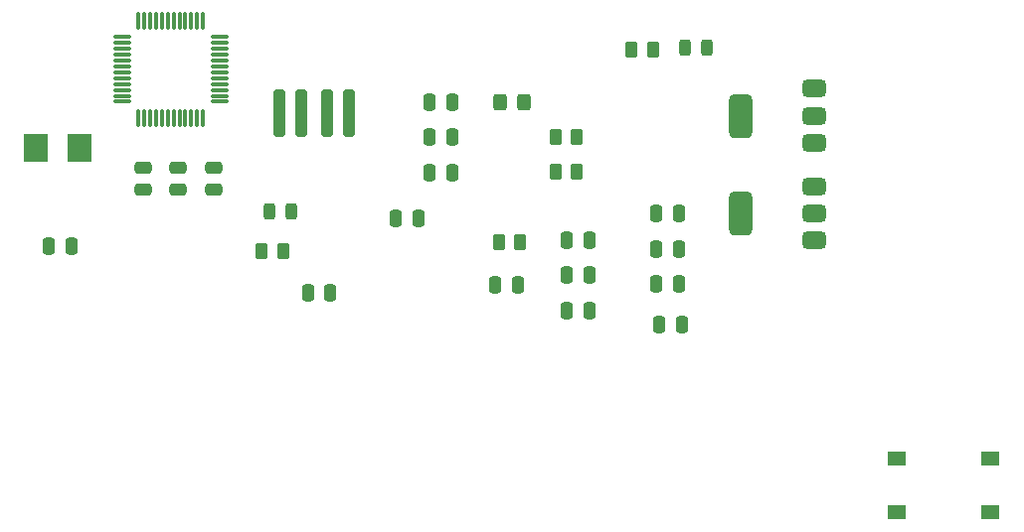
<source format=gbr>
%TF.GenerationSoftware,KiCad,Pcbnew,8.0.1*%
%TF.CreationDate,2024-04-21T10:41:17+07:00*%
%TF.ProjectId,RIFD_Final,52494644-5f46-4696-9e61-6c2e6b696361,rev?*%
%TF.SameCoordinates,Original*%
%TF.FileFunction,Paste,Bot*%
%TF.FilePolarity,Positive*%
%FSLAX46Y46*%
G04 Gerber Fmt 4.6, Leading zero omitted, Abs format (unit mm)*
G04 Created by KiCad (PCBNEW 8.0.1) date 2024-04-21 10:41:17*
%MOMM*%
%LPD*%
G01*
G04 APERTURE LIST*
G04 Aperture macros list*
%AMRoundRect*
0 Rectangle with rounded corners*
0 $1 Rounding radius*
0 $2 $3 $4 $5 $6 $7 $8 $9 X,Y pos of 4 corners*
0 Add a 4 corners polygon primitive as box body*
4,1,4,$2,$3,$4,$5,$6,$7,$8,$9,$2,$3,0*
0 Add four circle primitives for the rounded corners*
1,1,$1+$1,$2,$3*
1,1,$1+$1,$4,$5*
1,1,$1+$1,$6,$7*
1,1,$1+$1,$8,$9*
0 Add four rect primitives between the rounded corners*
20,1,$1+$1,$2,$3,$4,$5,0*
20,1,$1+$1,$4,$5,$6,$7,0*
20,1,$1+$1,$6,$7,$8,$9,0*
20,1,$1+$1,$8,$9,$2,$3,0*%
G04 Aperture macros list end*
%ADD10RoundRect,0.250000X0.250000X0.475000X-0.250000X0.475000X-0.250000X-0.475000X0.250000X-0.475000X0*%
%ADD11RoundRect,0.075000X0.075000X-0.662500X0.075000X0.662500X-0.075000X0.662500X-0.075000X-0.662500X0*%
%ADD12RoundRect,0.075000X0.662500X-0.075000X0.662500X0.075000X-0.662500X0.075000X-0.662500X-0.075000X0*%
%ADD13RoundRect,0.243750X0.243750X0.456250X-0.243750X0.456250X-0.243750X-0.456250X0.243750X-0.456250X0*%
%ADD14RoundRect,0.375000X0.625000X0.375000X-0.625000X0.375000X-0.625000X-0.375000X0.625000X-0.375000X0*%
%ADD15RoundRect,0.500000X0.500000X1.400000X-0.500000X1.400000X-0.500000X-1.400000X0.500000X-1.400000X0*%
%ADD16RoundRect,0.250000X0.262500X0.450000X-0.262500X0.450000X-0.262500X-0.450000X0.262500X-0.450000X0*%
%ADD17R,2.000000X2.400000*%
%ADD18R,1.550000X1.300000*%
%ADD19RoundRect,0.250000X0.475000X-0.250000X0.475000X0.250000X-0.475000X0.250000X-0.475000X-0.250000X0*%
%ADD20RoundRect,0.250000X0.262500X1.775000X-0.262500X1.775000X-0.262500X-1.775000X0.262500X-1.775000X0*%
%ADD21RoundRect,0.250000X0.325000X0.450000X-0.325000X0.450000X-0.325000X-0.450000X0.325000X-0.450000X0*%
G04 APERTURE END LIST*
D10*
%TO.C,C2*%
X115355000Y-77535000D03*
X113455000Y-77535000D03*
%TD*%
D11*
%TO.C,U3*%
X94162500Y-78937500D03*
X93662500Y-78937500D03*
X93162500Y-78937500D03*
X92662500Y-78937500D03*
X92162500Y-78937500D03*
X91662500Y-78937500D03*
X91162500Y-78937500D03*
X90662500Y-78937500D03*
X90162500Y-78937500D03*
X89662500Y-78937500D03*
X89162500Y-78937500D03*
X88662500Y-78937500D03*
D12*
X87250000Y-77525000D03*
X87250000Y-77025000D03*
X87250000Y-76525000D03*
X87250000Y-76025000D03*
X87250000Y-75525000D03*
X87250000Y-75025000D03*
X87250000Y-74525000D03*
X87250000Y-74025000D03*
X87250000Y-73525000D03*
X87250000Y-73025000D03*
X87250000Y-72525000D03*
X87250000Y-72025000D03*
D11*
X88662500Y-70612500D03*
X89162500Y-70612500D03*
X89662500Y-70612500D03*
X90162500Y-70612500D03*
X90662500Y-70612500D03*
X91162500Y-70612500D03*
X91662500Y-70612500D03*
X92162500Y-70612500D03*
X92662500Y-70612500D03*
X93162500Y-70612500D03*
X93662500Y-70612500D03*
X94162500Y-70612500D03*
D12*
X95575000Y-72025000D03*
X95575000Y-72525000D03*
X95575000Y-73025000D03*
X95575000Y-73525000D03*
X95575000Y-74025000D03*
X95575000Y-74525000D03*
X95575000Y-75025000D03*
X95575000Y-75525000D03*
X95575000Y-76025000D03*
X95575000Y-76525000D03*
X95575000Y-77025000D03*
X95575000Y-77525000D03*
%TD*%
D10*
%TO.C,C5*%
X112500000Y-87500000D03*
X110600000Y-87500000D03*
%TD*%
D13*
%TO.C,D2*%
X137100000Y-72950000D03*
X135225000Y-72950000D03*
%TD*%
D14*
%TO.C,U1*%
X146225000Y-76425000D03*
X146225000Y-78725000D03*
D15*
X139925000Y-78725000D03*
D14*
X146225000Y-81025000D03*
%TD*%
D10*
%TO.C,C1*%
X134925000Y-96575000D03*
X133025000Y-96575000D03*
%TD*%
%TO.C,C6*%
X127075000Y-92335000D03*
X125175000Y-92335000D03*
%TD*%
%TO.C,C7*%
X127075000Y-95345000D03*
X125175000Y-95345000D03*
%TD*%
D14*
%TO.C,U2*%
X146225000Y-84750000D03*
X146225000Y-87050000D03*
D15*
X139925000Y-87050000D03*
D14*
X146225000Y-89350000D03*
%TD*%
D10*
%TO.C,C7*%
X134675000Y-90075000D03*
X132775000Y-90075000D03*
%TD*%
%TO.C,C5*%
X127075000Y-89325000D03*
X125175000Y-89325000D03*
%TD*%
D16*
%TO.C,R1*%
X125987500Y-80515000D03*
X124162500Y-80515000D03*
%TD*%
D13*
%TO.C,F1*%
X101712500Y-86925000D03*
X99837500Y-86925000D03*
%TD*%
D10*
%TO.C,C3*%
X115355000Y-80545000D03*
X113455000Y-80545000D03*
%TD*%
D16*
%TO.C,R6*%
X121160000Y-89520000D03*
X119335000Y-89520000D03*
%TD*%
D17*
%TO.C,Y1*%
X83650000Y-81500000D03*
X79950000Y-81500000D03*
%TD*%
D18*
%TO.C,Button_RS1*%
X161225000Y-108000000D03*
X153275000Y-108000000D03*
X161225000Y-112500000D03*
X153275000Y-112500000D03*
%TD*%
D10*
%TO.C,10u1*%
X82935000Y-89850000D03*
X81035000Y-89850000D03*
%TD*%
%TO.C,C4*%
X115355000Y-83555000D03*
X113455000Y-83555000D03*
%TD*%
%TO.C,C11*%
X105000000Y-93800000D03*
X103100000Y-93800000D03*
%TD*%
D16*
%TO.C,R7*%
X101000000Y-90300000D03*
X99175000Y-90300000D03*
%TD*%
D19*
%TO.C,C9*%
X95075000Y-85025000D03*
X95075000Y-83125000D03*
%TD*%
%TO.C,C12*%
X89055000Y-85025000D03*
X89055000Y-83125000D03*
%TD*%
D20*
%TO.C,R4*%
X106575000Y-78525000D03*
X104700000Y-78525000D03*
%TD*%
D16*
%TO.C,R3*%
X132500000Y-73050000D03*
X130675000Y-73050000D03*
%TD*%
D10*
%TO.C,C8*%
X134675000Y-93085000D03*
X132775000Y-93085000D03*
%TD*%
%TO.C,C8*%
X120975000Y-93125000D03*
X119075000Y-93125000D03*
%TD*%
D21*
%TO.C,D1*%
X121475000Y-77610000D03*
X119425000Y-77610000D03*
%TD*%
D20*
%TO.C,R5*%
X102512500Y-78525000D03*
X100637500Y-78525000D03*
%TD*%
D16*
%TO.C,R2*%
X125987500Y-83465000D03*
X124162500Y-83465000D03*
%TD*%
D19*
%TO.C,C10*%
X92065000Y-85025000D03*
X92065000Y-83125000D03*
%TD*%
D10*
%TO.C,C6*%
X134675000Y-87065000D03*
X132775000Y-87065000D03*
%TD*%
M02*

</source>
